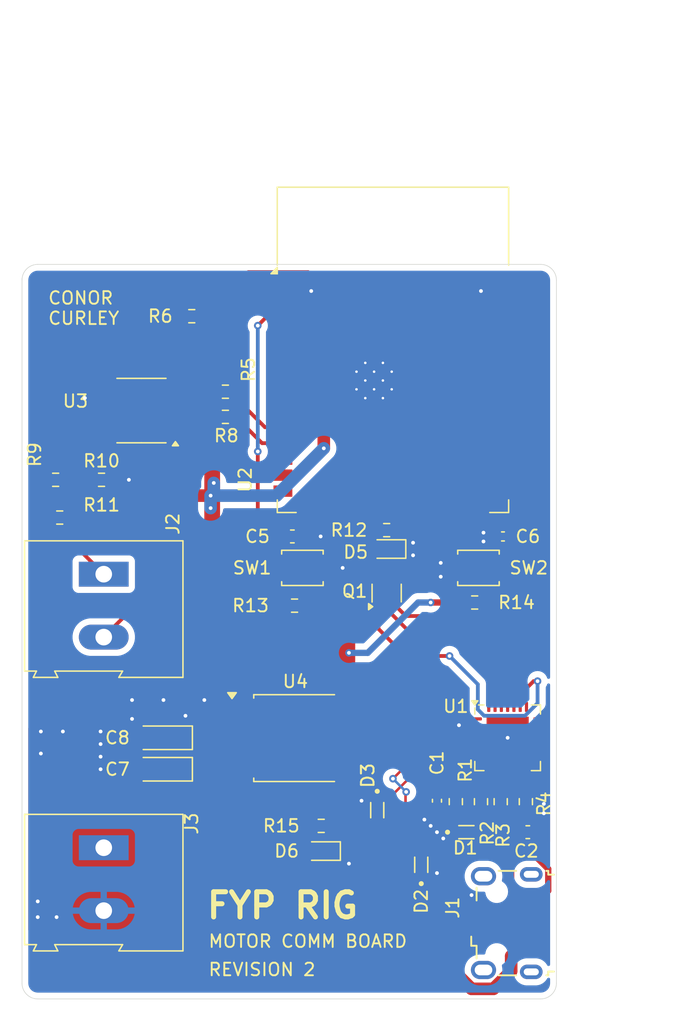
<source format=kicad_pcb>
(kicad_pcb (version 20240108) (generator "pcbnew") (generator_version "8.0")
  (layers (0 "F.Cu" signal) (31 "B.Cu" signal) (34 "B.Paste" user) (35 "F.Paste" user) (36 "B.SilkS" user "B.Silkscreen") (37 "F.SilkS" user "F.Silkscreen") (38 "B.Mask" user) (39 "F.Mask" user) (44 "Edge.Cuts" user))
  (net 0 "")
  (net 1 "GND")
  (net 2 "EN")
  (net 3 "IO0")
  (net 4 "5V")
  (net 5 "Net-(J1-D+)")
  (net 6 "Net-(J1-D-)")
  (net 7 "Net-(D5-A)")
  (net 8 "Net-(D6-A)")
  (net 14 "Net-(J2-Pin_1)")
  (net 15 "Net-(J2-Pin_2)")
  (net 16 "RTS")
  (net 17 "DTR")
  (net 18 "Net-(U1-VBUS)")
  (net 19 "Net-(U1-~{RST})")
  (net 20 "Net-(U1-~{SUSPEND})")
  (net 21 "MOD_DI")
  (net 22 "MOD_DRE")
  (net 23 "MOD_RO")
  (net 24 "GPIO13")
  (net 29 "RX0")
  (net 36 "TX0")
  (net 43 "USB_D-_NC")
  (net 44 "GPIO6")
  (net 45 "GPIO36_NC")
  (net 46 "GPIO16")
  (net 47 "GPIO45_NC")
  (net 48 "GPIO40")
  (net 49 "GPIO15")
  (net 50 "GPIO11")
  (net 51 "GPIO3_NC")
  (net 52 "GPIO38")
  (net 53 "GPIO47")
  (net 54 "GPIO14")
  (net 55 "USB_D+_NC")
  (net 56 "GPIO37_NC")
  (net 57 "GPIO41")
  (net 58 "GPIO4")
  (net 59 "GPIO8")
  (net 60 "GPIO1")
  (net 61 "GPIO21")
  (net 62 "GPIO42")
  (net 63 "GPIO12")
  (net 64 "GPIO35_NC")
  (net 65 "GPIO9")
  (net 66 "GPIO7")
  (net 67 "GPIO5")
  (net 68 "GPIO39")
  (net 69 "GPIO48")
  (net 70 "GPIO46_NC")
  (net 71 "GPIO2")
  (net 72 "+3V3")
  (net 73 "Net-(J1-VBUS)")
  (footprint "Connector_USB:USB_Micro-B_Wuerth_629105150521" (layer "F.Cu") (at 124.05 88.225 90)
    (property "Reference" "J1")
    (property "Value" "USB_B_Micro" (hide yes))
  )
  (footprint "LESD5D5.0CT1G:TVS_LESD5D5.0CT1G" (layer "F.Cu") (at 117.25 83.59 90)
    (property "Reference" "D2")
    (property "Value" "LESD5D5.0CT1G" (hide yes))
  )
  (footprint "Resistor_SMD:R_0603_1608Metric" (layer "F.Cu") (at 122 78.575 90)
    (property "Reference" "R2")
    (property "Value" "22.1k" (hide yes))
  )
  (footprint "Resistor_SMD:R_0603_1608Metric" (layer "F.Cu") (at 91.825 53 180)
    (property "Reference" "R10")
    (property "Value" "20k" (hide yes))
  )
  (footprint "LED_SMD:LED_0603_1608Metric" (layer "F.Cu") (at 109.3325 82.5 180)
    (property "Reference" "D6")
    (property "Value" "LED" (hide yes))
  )
  (footprint "Capacitor_SMD:C_0603_1608Metric" (layer "F.Cu") (at 107 57.5)
    (property "Reference" "C5")
    (property "Value" "10uF" (hide yes))
  )
  (footprint "LESD5D5.0CT1G:TVS_LESD5D5.0CT1G" (layer "F.Cu") (at 113.75 79.25 -90)
    (property "Reference" "D3")
    (property "Value" "LESD5D5.0CT1G" (hide yes))
  )
  (footprint "Package_SO:SOIC-8_3.9x4.9mm_P1.27mm" (layer "F.Cu") (at 95 47.5 180)
    (property "Reference" "U3")
    (property "Value" "MAX485E" (hide yes))
  )
  (footprint "Capacitor_SMD:C_0603_1608Metric" (layer "F.Cu") (at 125.725 81)
    (property "Reference" "C2")
    (property "Value" "10u" (hide yes))
  )
  (footprint "RF_Module:ESP32-S3-WROOM-1" (layer "F.Cu") (at 115 42.65)
    (property "Reference" "U2")
    (property "Value" "ESP32-S3")
  )
  (footprint "LED_SMD:LED_0603_1608Metric" (layer "F.Cu") (at 114.5375 58.5 180)
    (property "Reference" "D5")
    (property "Value" "LED" (hide yes))
  )
  (footprint "TerminalBlock:TerminalBlock_Altech_AK300-2_P5.00mm" (layer "F.Cu") (at 92 82.235 -90)
    (property "Reference" "J3")
    (property "Value" "Screw_Terminal_01x02" (hide yes))
  )
  (footprint "Button_Switch_SMD:SW_SPST_B3U-1000P" (layer "F.Cu") (at 121.8 60)
    (property "Reference" "SW2")
    (property "Value" "SW_SPST" (hide yes))
  )
  (footprint "Button_Switch_SMD:SW_SPST_B3U-1000P" (layer "F.Cu") (at 107.8 60 180)
    (property "Reference" "SW1")
    (property "Value" "SW_SPST" (hide yes))
  )
  (footprint "Resistor_SMD:R_0603_1608Metric" (layer "F.Cu") (at 114.5 57)
    (property "Reference" "R12")
    (property "Value" "1k")
  )
  (footprint "Resistor_SMD:R_0603_1608Metric" (layer "F.Cu") (at 109.295 80.5)
    (property "Reference" "R15")
    (property "Value" "1k" (hide yes))
  )
  (footprint "Capacitor_SMD:C_0402_1005Metric" (layer "F.Cu") (at 118.5 78.5 -90)
    (property "Reference" "C1")
    (property "Value" "1u" (hide yes))
  )
  (footprint "Resistor_SMD:R_0603_1608Metric" (layer "F.Cu") (at 88.175 53 180)
    (property "Reference" "R9")
    (property "Value" "20k" (hide yes))
  )
  (footprint "LESD5D5.0CT1G:TVS_LESD5D5.0CT1G" (layer "F.Cu") (at 120.84 81)
    (property "Reference" "D1")
    (property "Value" "LESD5D5.0CT1G" (hide yes))
  )
  (footprint "Resistor_SMD:R_0603_1608Metric" (layer "F.Cu") (at 121.5 62.75)
    (property "Reference" "R14")
    (property "Value" "1k" (hide yes))
  )
  (footprint "Resistor_SMD:R_0603_1608Metric" (layer "F.Cu") (at 99 40 180)
    (property "Reference" "R6")
    (property "Value" "10k" (hide yes))
  )
  (footprint "Capacitor_Tantalum_SMD:CP_EIA-3216-18_Kemet-A" (layer "F.Cu") (at 96.74 76 180)
    (property "Reference" "C7")
    (property "Value" "10uF" (hide yes))
  )
  (footprint "Resistor_SMD:R_0603_1608Metric" (layer "F.Cu") (at 101.675 48 180)
    (property "Reference" "R8")
    (property "Value" "10k" (hide yes))
  )
  (footprint "TerminalBlock:TerminalBlock_Altech_AK300-2_P5.00mm" (layer "F.Cu") (at 92 60.5 -90)
    (property "Reference" "J2")
    (property "Value" "Screw_Terminal_01x02" (hide yes))
  )
  (footprint "Resistor_SMD:R_0603_1608Metric" (layer "F.Cu") (at 120 78.575 90)
    (property "Reference" "R1")
    (property "Value" "47.5k" (hide yes))
  )
  (footprint "Package_TO_SOT_SMD:TO-252-3_TabPin2" (layer "F.Cu") (at 107.24 73.525)
    (property "Reference" "U4")
    (property "Value" "AMS1117CD-3.3" (hide yes))
  )
  (footprint "Package_DFN_QFN:QFN-28-1EP_5x5mm_P0.5mm_EP3.35x3.35mm" (layer "F.Cu") (at 124.12 73.5)
    (property "Reference" "U1")
    (property "Value" "CP2102N-Axx-xQFN28" (hide yes))
  )
  (footprint "Capacitor_Tantalum_SMD:CP_EIA-3216-18_Kemet-A" (layer "F.Cu") (at 96.74 73.5 180)
    (property "Reference" "C8")
    (property "Value" "22uF" (hide yes))
  )
  (footprint "Resistor_SMD:R_0603_1608Metric" (layer "F.Cu") (at 88.5 56 180)
    (property "Reference" "R11")
    (property "Value" "120" (hide yes))
  )
  (footprint "Capacitor_SMD:C_0402_1005Metric" (layer "F.Cu") (at 123.75 57.5 180)
    (property "Reference" "C6")
    (property "Value" "1uF" (hide yes))
  )
  (footprint "Resistor_SMD:R_0603_1608Metric" (layer "F.Cu") (at 101.675 46 180)
    (property "Reference" "R5")
    (property "Value" "10k" (hide yes))
  )
  (footprint "Resistor_SMD:R_0603_1608Metric" (layer "F.Cu") (at 125.57 78.575 90)
    (property "Reference" "R4")
    (property "Value" "1k" (hide yes))
  )
  (footprint "Resistor_SMD:R_0603_1608Metric" (layer "F.Cu") (at 107.175 63 180)
    (property "Reference" "R13")
    (property "Value" "1k" (hide yes))
  )
  (footprint "Package_TO_SOT_SMD:SOT-363_SC-70-6" (layer "F.Cu") (at 114.5 62 90)
    (property "Reference" "Q1")
    (property "Value" "UMH3N" (hide yes))
  )
  (footprint "Resistor_SMD:R_0603_1608Metric" (layer "F.Cu") (at 123.57 78.575 -90)
    (property "Reference" "R3")
    (property "Value" "1k" (hide yes))
  )
  (gr_arc (start 86.75 94.25) (mid 85.866117 93.883883) (end 85.5 93) (stroke (width 0.05)) (layer "Edge.Cuts"))
  (gr_arc (start 85.5 37.133883) (mid 85.866117 36.25) (end 86.75 35.883883) (stroke (width 0.05)) (layer "Edge.Cuts"))
  (gr_line (start 128 93) (end 128 37.133883) (stroke (width 0.05)) (layer "Edge.Cuts"))
  (gr_line (start 86.75 94.25) (end 126.75 94.25) (stroke (width 0.05)) (layer "Edge.Cuts"))
  (gr_line (start 85.5 37) (end 85.5 93) (stroke (width 0.05)) (layer "Edge.Cuts"))
  (gr_arc (start 128 93) (mid 127.633883 93.883883) (end 126.75 94.25) (stroke (width 0.05)) (layer "Edge.Cuts"))
  (gr_arc (start 126.75 35.883883) (mid 127.633883 36.25) (end 128 37.133883) (stroke (width 0.05)) (layer "Edge.Cuts"))
  (gr_line (start 86.75 35.883883) (end 126.75 35.883883) (stroke (width 0.05)) (layer "Edge.Cuts"))
  (gr_text "REVISION 2" (at 100.25 92.5 0) (layer "F.SilkS") (effects (font (size 1 1)) (justify left bottom)))
  (gr_text "CONOR\nCURLEY" (at 87.5 40.75 0) (layer "F.SilkS") (effects (font (size 1 1)) (justify left bottom)))
  (gr_text "FYP RIG" (at 100 88 0) (layer "F.SilkS") (effects (font (size 2 2) (thickness 0.4) (bold yes)) (justify left bottom)))
  (gr_text "MOTOR COMM BOARD" (at 100.25 90.25 0) (layer "F.SilkS") (effects (font (size 1 1)) (justify left bottom)))
  (segment (start 120.75 73) (end 120.25 72.5) (width 0.2) (layer "F.Cu") (net 1))
  (segment (start 117.25 84.25) (end 118.5 84.25) (width 1) (layer "F.Cu") (net 1))
  (segment (start 92.525 45.595) (end 91.405 45.595) (width 1) (layer "F.Cu") (net 1))
  (segment (start 109.5 60) (end 111 60) (width 1) (layer "F.Cu") (net 1))
  (segment (start 122.15 86.9) (end 121.25 86) (width 0.3) (layer "F.Cu") (net 1))
  (segment (start 91.405 45.595) (end 90.5 46.5) (width 1) (layer "F.Cu") (net 1))
  (segment (start 106.25 37.39) (end 107.903819 37.39) (width 1) (layer "F.Cu") (net 1))
  (segment (start 107.903819 37.39) (end 108.50691 37.993091) (width 1) (layer "F.Cu") (net 1))
  (segment (start 113.75 78.59) (end 112.59 78.59) (width 1) (layer "F.Cu") (net 1))
  (segment (start 112.59 78.59) (end 112.5 78.5) (width 1) (layer "F.Cu") (net 1))
  (segment (start 122 38) (end 122.61 37.39) (width 1) (layer "F.Cu") (net 1))
  (segment (start 92.65 53) (end 94 53) (width 0.5) (layer "F.Cu") (net 1))
  (segment (start 110.12 82.5) (end 110.5 82.5) (width 0.5) (layer "F.Cu") (net 1))
  (segment (start 107.775 57.5) (end 109.25 57.5) (width 1) (layer "F.Cu") (net 1))
  (segment (start 122.15 86.925) (end 122.15 86.9) (width 0.3) (layer "F.Cu") (net 1))
  (segment (start 121.67 73) (end 120.75 73) (width 0.2) (layer "F.Cu") (net 1))
  (segment (start 122.61 37.39) (end 123.75 37.39) (width 1) (layer "F.Cu") (net 1))
  (segment (start 110.5 82.5) (end 111.5 83.5) (width 0.5) (layer "F.Cu") (net 1))
  (via (at 111 60) (size 0.6) (drill 0.3) (layers "F.Cu" "B.Cu") (net 1))
  (via (at 124.12 73.5) (size 0.6) (drill 0.3) (layers "F.Cu" "B.Cu") (net 1))
  (via (at 98.5 71.75) (size 0.6) (drill 0.3) (layers "F.Cu" "B.Cu") (net 1))
  (via (at 108.5 38) (size 0.6) (drill 0.3) (layers "F.Cu" "B.Cu") (net 1))
  (via (at 91.75 75) (size 0.6) (drill 0.3) (layers "F.Cu" "B.Cu") (net 1))
  (via (at 111.5 83.5) (size 0.6) (drill 0.3) (layers "F.Cu" "B.Cu") (net 1))
  (via (at 96.75 70.5) (size 0.6) (drill 0.3) (layers "F.Cu" "B.Cu") (net 1))
  (via (at 119 81.5) (size 0.6) (drill 0.3) (layers "F.Cu" "B.Cu") (net 1))
  (via (at 122.2 57.9) (size 0.6) (drill 0.3) (layers "F.Cu" "B.Cu") (net 1))
  (via (at 86.75 87.75) (size 0.6) (drill 0.3) (layers "F.Cu" "B.Cu") (net 1))
  (via (at 94.25 72) (size 0.6) (drill 0.3) (layers "F.Cu" "B.Cu") (net 1))
  (via (at 118.5 84.25) (size 0.6) (drill 0.3) (layers "F.Cu" "B.Cu") (net 1))
  (via (at 116.6 59) (size 0.6) (drill 0.3) (layers "F.Cu" "B.Cu") (net 1))
  (via (at 109.25 57.5) (size 0.6) (drill 0.3) (layers "F.Cu" "B.Cu") (net 1))
  (via (at 127 78.75) (size 0.6) (drill 0.3) (layers "F.Cu" "B.Cu") (net 1))
  (via (at 91.75 76) (size 0.6) (drill 0.3) (layers "F.Cu" "B.Cu") (net 1))
  (via (at 118 80.5) (size 0.6) (drill 0.3) (layers "F.Cu" "B.Cu") (net 1))
  (via (at 88.75 73) (size 0.6) (drill 0.3) (layers "F.Cu" "B.Cu") (net 1))
  (via (at 118.8 60.7) (size 0.6) (drill 0.3) (layers "F.Cu" "B.Cu") (net 1))
  (via (at 94 53) (size 0.6) (drill 0.3) (layers "F.Cu" "B.Cu") (net 1))
  (via (at 118.5 81) (size 0.6) (drill 0.3) (layers "F.Cu" "B.Cu") (net 1))
  (via (at 91.75 74) (size 0.6) (drill 0.3) (layers "F.Cu" "B.Cu") (net 1))
  (via (at 90.5 46.5) (size 0.6) (drill 0.3) (layers "F.Cu" "B.Cu") (net 1))
  (via (at 87 74.75) (size 0.6) (drill 0.3) (layers "F.Cu" "B.Cu") (net 1))
  (via (at 118.8 59.6) (size 0.6) (drill 0.3) (layers "F.Cu" "B.Cu") (net 1))
  (via (at 121.25 86) (size 0.6) (drill 0.3) (layers "F.Cu" "B.Cu") (net 1))
  (via (at 100 70.5) (size 0.6) (drill 0.3) (layers "F.Cu" "B.Cu") (net 1))
  (via (at 122 38) (size 0.6) (drill 0.3) (layers "F.Cu" "B.Cu") (net 1))
  (via (at 117.5 80) (size 0.6) (drill 0.3) (layers "F.Cu" "B.Cu") (net 1))
  (via (at 94.25 70.5) (size 0.6) (drill 0.3) (layers "F.Cu" "B.Cu") (net 1))
  (via (at 112.5 78.5) (size 0.6) (drill 0.3) (layers "F.Cu" "B.Cu") (net 1))
  (via (at 88.25 87.75) (size 0.6) (drill 0.3) (layers "F.Cu" "B.Cu") (net 1))
  (via (at 120.25 72.5) (size 0.6) (drill 0.3) (layers "F.Cu" "B.Cu") (net 1))
  (via (at 87 73) (size 0.6) (drill 0.3) (layers "F.Cu" "B.Cu") (net 1))
  (via (at 122.2 57.2) (size 0.6) (drill 0.3) (layers "F.Cu" "B.Cu") (net 1))
  (via (at 116.6 58) (size 0.6) (drill 0.3) (layers "F.Cu" "B.Cu") (net 1))
  (via (at 127 79.5) (size 0.6) (drill 0.3) (layers "F.Cu" "B.Cu") (net 1))
  (via (at 86.75 86.5) (size 0.6) (drill 0.3) (layers "F.Cu" "B.Cu") (net 1))
  (via (at 91.75 73) (size 0.6) (drill 0.3) (layers "F.Cu" "B.Cu") (net 1))
  (segment (start 105.07 39.93) (end 106.25 39.93) (width 0.3) (layer "F.Cu") (net 2))
  (segment (start 107.05 56.675) (end 106.225 57.5) (width 0.3) (layer "F.Cu") (net 2))
  (segment (start 106.1 60) (end 106.1 57.625) (width 0.3) (layer "F.Cu") (net 2))
  (segment (start 113.85 61.05) (end 113.85 60.725001) (width 0.3) (layer "F.Cu") (net 2))
  (segment (start 113.85 60.725001) (end 109.799999 56.675) (width 0.3) (layer "F.Cu") (net 2))
  (segment (start 104.725 57.5) (end 106.225 57.5) (width 0.3) (layer "F.Cu") (net 2))
  (segment (start 106.1 57.625) (end 106.225 57.5) (width 0.3) (layer "F.Cu") (net 2))
  (segment (start 104.25 40.75) (end 105.07 39.93) (width 0.3) (layer "F.Cu") (net 2))
  (segment (start 104.25 57.025) (end 104.725 57.5) (width 0.3) (layer "F.Cu") (net 2))
  (segment (start 104.25 57.025) (end 104.25 50.75) (width 0.3) (layer "F.Cu") (net 2))
  (segment (start 106.1 62.75) (end 106.35 63) (width 0.3) (layer "F.Cu") (net 2))
  (segment (start 109.799999 56.675) (end 107.05 56.675) (width 0.3) (layer "F.Cu") (net 2))
  (segment (start 106.1 60) (end 106.1 62.75) (width 0.3) (layer "F.Cu") (net 2))
  (segment (start 106.35 60.25) (end 106.1 60) (width 0.3) (layer "F.Cu") (net 2))
  (via (at 104.25 50.75) (size 0.6) (drill 0.3) (layers "F.Cu" "B.Cu") (net 2))
  (via (at 104.25 40.75) (size 0.6) (drill 0.3) (layers "F.Cu" "B.Cu") (net 2))
  (segment (start 104.25 50.75) (end 104.25 40.75) (width 0.3) (layer "B.Cu") (net 2))
  (segment (start 124.23 59.27) (end 123.5 60) (width 0.3) (layer "F.Cu") (net 3))
  (segment (start 123.75 53.9) (end 124.25 54.4) (width 0.3) (layer "F.Cu") (net 3))
  (segment (start 124.25 54.4) (end 124.25 57.48) (width 0.3) (layer "F.Cu") (net 3))
  (segment (start 124.23 57.5) (end 124.23 59.27) (width 0.3) (layer "F.Cu") (net 3))
  (segment (start 121.25 63.825) (end 122.325 62.75) (width 0.3) (layer "F.Cu") (net 3))
  (segment (start 124.25 57.48) (end 124.23 57.5) (width 0.3) (layer "F.Cu") (net 3))
  (segment (start 123.5 61.575) (end 123.5 60) (width 0.3) (layer "F.Cu") (net 3))
  (segment (start 116.025 63.825) (end 121.25 63.825) (width 0.3) (layer "F.Cu") (net 3))
  (segment (start 122.325 62.75) (end 123.5 61.575) (width 0.3) (layer "F.Cu") (net 3))
  (segment (start 115.15 62.95) (end 116.025 63.825) (width 0.3) (layer "F.Cu") (net 3))
  (segment (start 115 76.75) (end 118.25 73.5) (width 0.2) (layer "F.Cu") (net 5))
  (segment (start 116.18 82.93) (end 117.25 82.93) (width 0.2) (layer "F.Cu") (net 5))
  (segment (start 118.25 73.5) (end 121.67 73.5) (width 0.2) (layer "F.Cu") (net 5))
  (segment (start 120.601471 88.25) (end 120.626471 88.225) (width 0.2) (layer "F.Cu") (net 5))
  (segment (start 116 77.84853) (end 116 82.75) (width 0.2) (layer "F.Cu") (net 5))
  (segment (start 118.75 88.25) (end 120.601471 88.25) (width 0.2) (layer "F.Cu") (net 5))
  (segment (start 116 82.75) (end 116 85.5) (width 0.2) (layer "F.Cu") (net 5))
  (segment (start 120.626471 88.225) (end 122.15 88.225) (width 0.2) (layer "F.Cu") (net 5))
  (segment (start 116.049265 77.799265) (end 116 77.84853) (width 0.2) (layer "F.Cu") (net 5))
  (segment (start 116 85.5) (end 118.75 88.25) (width 0.2) (layer "F.Cu") (net 5))
  (segment (start 116 82.75) (end 116.18 82.93) (width 0.2) (layer "F.Cu") (net 5))
  (via (at 115 76.75) (size 0.6) (drill 0.3) (layers "F.Cu" "B.Cu") (net 5))
  (via (at 116.049265 77.799265) (size 0.6) (drill 0.3) (layers "F.Cu" "B.Cu") (net 5))
  (segment (start 116.049265 77.799265) (end 115 76.75) (width 0.2) (layer "B.Cu") (net 5))
  (segment (start 115.434 80.891556) (end 115.216 80.891556) (width 0.2) (layer "F.Cu") (net 6))
  (segment (start 121.67 74) (end 119 74) (width 0.2) (layer "F.Cu") (net 6))
  (segment (start 115.216 80.351556) (end 115.434 80.351556) (width 0.2) (layer "F.Cu") (net 6))
  (segment (start 115 78) (end 115 79.5) (width 0.2) (layer "F.Cu") (net 6))
  (segment (start 115 81.755556) (end 115 82.502783) (width 0.2) (layer "F.Cu") (net 6))
  (segment (start 115 81.647556) (end 115 81.755556) (width 0.2) (layer "F.Cu") (net 6))
  (segment (start 114.59 79.91) (end 113.75 79.91) (width 0.2) (layer "F.Cu") (net 6))
  (segment (start 118.125 88.875) (end 122.15 88.875) (width 0.2) (layer "F.Cu") (net 6))
  (segment (start 115.216 80.891556) (end 114.216 80.891556) (width 0.2) (layer "F.Cu") (net 6))
  (segment (start 115.65 80.567556) (end 115.65 80.675556) (width 0.2) (layer "F.Cu") (net 6))
  (segment (start 115 79.5) (end 114.59 79.91) (width 0.2) (layer "F.Cu") (net 6))
  (segment (start 115 85.75) (end 118.125 88.875) (width 0.2) (layer "F.Cu") (net 6))
  (segment (start 119 74) (end 115 78) (width 0.2) (layer "F.Cu") (net 6))
  (segment (start 115 82.502783) (end 115 85.75) (width 0.2) (layer "F.Cu") (net 6))
  (segment (start 114.216 81.431556) (end 114.784 81.431556) (width 0.2) (layer "F.Cu") (net 6))
  (segment (start 115 79.5) (end 115 80.135556) (width 0.2) (layer "F.Cu") (net 6))
  (segment (start 114 81.107556) (end 114 81.215556) (width 0.2) (layer "F.Cu") (net 6))
  (arc (start 115 80.135556) (mid 115.063265 80.288291) (end 115.216 80.351556) (width 0.2) (layer "F.Cu") (net 6))
  (arc (start 115.65 80.675556) (mid 115.586735 80.828291) (end 115.434 80.891556) (width 0.2) (layer "F.Cu") (net 6))
  (arc (start 114 81.215556) (mid 114.063265 81.368291) (end 114.216 81.431556) (width 0.2) (layer "F.Cu") (net 6))
  (arc (start 114.784 81.431556) (mid 114.936735 81.494821) (end 115 81.647556) (width 0.2) (layer "F.Cu") (net 6))
  (arc (start 115.434 80.351556) (mid 115.586735 80.414821) (end 115.65 80.567556) (width 0.2) (layer "F.Cu") (net 6))
  (arc (start 114.216 80.891556) (mid 114.063265 80.954821) (end 114 81.107556) (width 0.2) (layer "F.Cu") (net 6))
  (segment (start 113.75 57.075) (end 113.675 57) (width 0.3) (layer "F.Cu") (net 7))
  (segment (start 113.75 58.5) (end 113.75 57.075) (width 0.3) (layer "F.Cu") (net 7))
  (segment (start 108.47 82.425) (end 108.545 82.5) (width 0.3) (layer "F.Cu") (net 8))
  (segment (start 108.47 80.5) (end 108.47 82.425) (width 0.3) (layer "F.Cu") (net 8))
  (segment (start 87.675 56.175) (end 92 60.5) (width 0.3) (layer "F.Cu") (net 14))
  (segment (start 91.550001 46.865) (end 92.525 46.865) (width 0.3) (layer "F.Cu") (net 14))
  (segment (start 89 53) (end 87.5 54.5) (width 0.3) (layer "F.Cu") (net 14))
  (segment (start 87.675 56) (end 87.675 56.175) (width 0.3) (layer "F.Cu") (net 14))
  (segment (start 89 49.415001) (end 91.550001 46.865) (width 0.3) (layer "F.Cu") (net 14))
  (segment (start 89 53) (end 89 49.415001) (width 0.3) (layer "F.Cu") (net 14))
  (segment (start 87.5 54.5) (end 87.5 55.825) (width 0.3) (layer "F.Cu") (net 14))
  (segment (start 87.5 55.825) (end 87.675 56) (width 0.3) (layer "F.Cu") (net 14))
  (segment (start 89.325 55.175) (end 89.325 56) (width 0.3) (layer "F.Cu") (net 15))
  (segment (start 95.5 59) (end 95.5 62) (width 0.3) (layer "F.Cu") (net 15))
  (segment (start 92.5 56) (end 95.5 59) (width 0.3) (layer "F.Cu") (net 15))
  (segment (start 89.325 56) (end 92.5 56) (width 0.3) (layer "F.Cu") (net 15))
  (segment (start 95.5 62) (end 92 65.5) (width 0.3) (layer "F.Cu") (net 15))
  (segment (start 92.525 48.135) (end 91.550001 48.135) (width 0.3) (layer "F.Cu") (net 15))
  (segment (start 91 53.5) (end 89.325 55.175) (width 0.3) (layer "F.Cu") (net 15))
  (segment (start 91 48.685001) (end 91 53) (width 0.3) (layer "F.Cu") (net 15))
  (segment (start 91 53) (end 91 53.5) (width 0.3) (layer "F.Cu") (net 15))
  (segment (start 91.550001 48.135) (end 91 48.685001) (width 0.3) (layer "F.Cu") (net 15))
  (segment (start 113.85 62.95) (end 113.85 64.85) (width 0.3) (layer "F.Cu") (net 16))
  (segment (start 126.184904 69) (end 124.62 70.564904) (width 0.3) (layer "F.Cu") (net 16))
  (segment (start 116 67) (end 119.5 67) (width 0.3) (layer "F.Cu") (net 16))
  (segment (start 126.5 69) (end 126.184904 69) (width 0.3) (layer "F.Cu") (net 16))
  (segment (start 113.85 64.85) (end 116 67) (width 0.3) (layer "F.Cu") (net 16))
  (segment (start 114.5 61.364168) (end 114.5 61.05) (width 0.3) (layer "F.Cu") (net 16))
  (segment (start 124.62 70.564904) (end 124.62 71.05) (width 0.3) (layer "F.Cu") (net 16))
  (segment (start 113.85 62.014168) (end 114.5 61.364168) (width 0.3) (layer "F.Cu") (net 16))
  (segment (start 113.85 62.95) (end 113.85 62.014168) (width 0.3) (layer "F.Cu") (net 16))
  (via (at 126.5 69) (size 0.6) (drill 0.3) (layers "F.Cu" "B.Cu") (net 16))
  (via (at 119.5 67) (size 0.6) (drill 0.3) (layers "F.Cu" "B.Cu") (net 16))
  (segment (start 121.75 69.25) (end 121.75 71.25) (width 0.3) (layer "B.Cu") (net 16))
  (segment (start 125.5 71.75) (end 126.5 70.75) (width 0.3) (layer "B.Cu") (net 16))
  (segment (start 121.75 71.25) (end 122.25 71.75) (width 0.3) (layer "B.Cu") (net 16))
  (segment (start 122.25 71.75) (end 125.5 71.75) (width 0.3) (layer "B.Cu") (net 16))
  (segment (start 126.5 70.75) (end 126.5 69) (width 0.3) (layer "B.Cu") (net 16))
  (segment (start 119.5 67) (end 121.75 69.25) (width 0.3) (layer "B.Cu") (net 16))
  (segment (start 116.725001 65.5) (end 119.5 65.5) (width 0.3) (layer "F.Cu") (net 17))
  (segment (start 122.62 68.62) (end 122.62 71.05) (width 0.3) (layer "F.Cu") (net 17))
  (segment (start 115.15 61.421274) (end 115.15 61.05) (width 0.3) (layer "F.Cu") (net 17))
  (segment (start 114.5 63.274999) (end 116.725001 65.5) (width 0.3) (layer "F.Cu") (net 17))
  (segment (start 114.5 62.071274) (end 115.15 61.421274) (width 0.3) (layer "F.Cu") (net 17))
  (segment (start 114.5 62.95) (end 114.5 62.071274) (width 0.3) (layer "F.Cu") (net 17))
  (segment (start 114.5 62.95) (end 114.5 63.274999) (width 0.3) (layer "F.Cu") (net 17))
  (segment (start 119.5 65.5) (end 122.62 68.62) (width 0.3) (layer "F.Cu") (net 17))
  (segment (start 122 77.675) (end 122 76.57) (width 0.3) (layer "F.Cu") (net 18))
  (segment (start 122 76.57) (end 122.62 75.95) (width 0.3) (layer "F.Cu") (net 18))
  (segment (start 123.12 77.05) (end 123.57 77.5) (width 0.3) (layer "F.Cu") (net 19))
  (segment (start 123.12 75.95) (end 123.12 77.05) (width 0.3) (layer "F.Cu") (net 19))
  (segment (start 125.095 77.5) (end 125.57 77.5) (width 0.3) (layer "F.Cu") (net 20))
  (segment (start 124.12 76.525) (end 125.095 77.5) (width 0.3) (layer "F.Cu") (net 20))
  (segment (start 124.12 75.95) (end 124.12 76.525) (width 0.3) (layer "F.Cu") (net 20))
  (segment (start 102.5 46.5) (end 104.82 48.82) (width 0.3) (layer "F.Cu") (net 21))
  (segment (start 102.5 46) (end 102.5 46.5) (width 0.3) (layer "F.Cu") (net 21))
  (segment (start 99.57 43.5) (end 101.5 43.5) (width 0.3) (layer "F.Cu") (net 21))
  (segment (start 97.475 45.595) (end 99.57 43.5) (width 0.3) (layer "F.Cu") (net 21))
  (segment (start 102.5 44.5) (end 102.5 46) (width 0.3) (layer "F.Cu") (net 21))
  (segment (start 104.82 48.82) (end 106.25 48.82) (width 0.3) (layer "F.Cu") (net 21))
  (segment (start 101.5 43.5) (end 102.5 44.5) (width 0.3) (layer "F.Cu") (net 21))
  (segment (start 108.255 36.5) (end 110.5 38.745) (width 0.3) (layer "F.Cu") (net 22))
  (segment (start 96.15 43.85) (end 103.5 36.5) (width 0.3) (layer "F.Cu") (net 22))
  (segment (start 111.825 48.575) (end 111.825 55.15) (width 0.3) (layer "F.Cu") (net 22))
  (segment (start 96.500001 46.865) (end 96.15 46.514999) (width 0.3) (layer "F.Cu") (net 22))
  (segment (start 97.475 46.865) (end 97.475 48.135) (width 0.3) (layer "F.Cu") (net 22))
  (segment (start 103.5 36.5) (end 108.255 36.5) (width 0.3) (layer "F.Cu") (net 22))
  (segment (start 110.5 38.745) (end 110.5 47.25) (width 0.3) (layer "F.Cu") (net 22))
  (segment (start 97.475 46.865) (end 96.500001 46.865) (width 0.3) (layer "F.Cu") (net 22))
  (segment (start 110.5 47.25) (end 111.825 48.575) (width 0.3) (layer "F.Cu") (net 22))
  (segment (start 96.15 46.514999) (end 96.15 43.85) (width 0.3) (layer "F.Cu") (net 22))
  (segment (start 101.6 45.1) (end 101.6 47.1) (width 0.3) (layer "F.Cu") (net 23))
  (segment (start 99.5 45) (end 100 44.5) (width 0.3) (layer "F.Cu") (net 23))
  (segment (start 100 44.5) (end 101 44.5) (width 0.3) (layer "F.Cu") (net 23))
  (segment (start 101 44.5) (end 101.6 45.1) (width 0.3) (layer "F.Cu") (net 23))
  (segment (start 104.59 50.09) (end 106.25 50.09) (width 0.3) (layer "F.Cu") (net 23))
  (segment (start 97.475 49.405) (end 98.449999 49.405) (width 0.3) (layer "F.Cu") (net 23))
  (segment (start 102.5 48) (end 104.59 50.09) (width 0.3) (layer "F.Cu") (net 23))
  (segment (start 99.5 48.354999) (end 99.5 45) (width 0.3) (layer "F.Cu") (net 23))
  (segment (start 98.449999 49.405) (end 99.5 48.354999) (width 0.3) (layer "F.Cu") (net 23))
  (segment (start 101.6 47.1) (end 102.5 48) (width 0.3) (layer "F.Cu") (net 23))
  (segment (start 115.325 57) (end 115.325 55.46) (width 0.3) (layer "F.Cu") (net 24))
  (segment (start 115.325 55.46) (end 115.635 55.15) (width 0.3) (layer "F.Cu") (net 24))
  (segment (start 125 62.758358) (end 125 43) (width 0.3) (layer "F.Cu") (net 29))
  (segment (start 125 43) (end 124.47 42.47) (width 0.3) (layer "F.Cu") (net 29))
  (segment (start 123.62 71.05) (end 123.62 64.138358) (width 0.3) (layer "F.Cu") (net 29))
  (segment (start 123.62 64.138358) (end 125 62.758358) (width 0.3) (layer "F.Cu") (net 29))
  (segment (start 124.47 42.47) (end 123.75 42.47) (width 0.3) (layer "F.Cu") (net 29))
  (segment (start 126 42.4) (end 124.8 41.2) (width 0.3) (layer "F.Cu") (net 36))
  (segment (start 124.8 41.2) (end 123.75 41.2) (width 0.3) (layer "F.Cu") (net 36))
  (segment (start 126 64.5) (end 126 42.4) (width 0.3) (layer "F.Cu") (net 36))
  (segment (start 124.12 66.38) (end 126 64.5) (width 0.3) (layer "F.Cu") (net 36))
  (segment (start 124.12 71.05) (end 124.12 66.38) (width 0.3) (layer "F.Cu") (net 36))
  (segment (start 95.25 47.591238) (end 95.25 42.925) (width 1) (layer "F.Cu") (net 72))
  (segment (start 121.67 75) (end 121.175 75.495) (width 0.3) (layer "F.Cu") (net 72))
  (segment (start 127.35 85.65) (end 126.75 86.25) (width 0.5) (layer "F.Cu") (net 72))
  (segment (start 123.57 80.145431) (end 124.337284 80.912716) (width 0.5) (layer "F.Cu") (net 72))
  (segment (start 122.990254 93.45) (end 124.4 92.040254) (width 1) (layer "F.Cu") (net 72))
  (segment (start 121.5 78.575) (end 122.995 78.575) (width 0.3) (layer "F.Cu") (net 72))
  (segment (start 121.175 75.495) (end 121.175 78.25) (width 0.3) (layer "F.Cu") (net 72))
  (segment (start 120.675 62.75) (end 118 62.75) (width 0.5) (layer "F.Cu") (net 72))
  (segment (start 114.273 84.653) (end 114.273 86.473) (width 1) (layer "F.Cu") (net 72))
  (segment (start 92.525 49.405) (end 93.436238 49.405) (width 1) (layer "F.Cu") (net 72))
  (segment (start 121.175 78.25) (end 121.5 78.575) (width 0.3) (layer "F.Cu") (net 72))
  (segment (start 107.58 38.66) (end 109.5 40.58) (width 1) (layer "F.Cu") (net 72))
  (segment (start 121.67 74.5) (end 121.67 75) (width 0.3) (layer "F.Cu") (net 72))
  (segment (start 114.273 86.473) (end 121.25 93.45) (width 1) (layer "F.Cu") (net 72))
  (segment (start 123.57 79.15) (end 123.57 80.145431) (width 0.5) (layer "F.Cu") (net 72))
  (segment (start 97.377684 54.257684) (end 100.5 54.257684) (width 1) (layer "F.Cu") (net 72))
  (segment (start 124.95 81) (end 124.424568 81) (width 0.5) (layer "F.Cu") (net 72))
  (segment (start 110.175 75.05) (end 110.175 80.445) (width 1) (layer "F.Cu") (net 72))
  (segment (start 106.25 38.66) (end 107.58 38.66) (width 1) (layer "F.Cu") (net 72))
  (segment (start 124.4 90.85) (end 126.75 88.5) (width 1) (layer "F.Cu") (net 72))
  (segment (start 110.175 80.445) (end 110.12 80.5) (width 1) (layer "F.Cu") (net 72))
  (segment (start 109.5 40.58) (end 109.5 50.5) (width 1) (layer "F.Cu") (net 72))
  (segment (start 95.25 42.925) (end 91.660786 42.925) (width 1) (layer "F.Cu") (net 72))
  (segment (start 124.337284 80.912716) (end 127.35 83.925431) (width 0.5) (layer "F.Cu") (net 72))
  (segment (start 126.75 88.5) (end 126.75 86.25) (width 1) (layer "F.Cu") (net 72))
  (segment (start 124.4 92.040254) (end 124.4 90.85) (width 1) (layer "F.Cu") (net 72))
  (segment (start 124.424568 81) (end 124.337284 80.912716) (width 0.5) (layer "F.Cu") (net 72))
  (segment (start 110.12 80.5) (end 114.273 84.653) (width 1) (layer "F.Cu") (net 72))
  (segment (start 122.995 78.575) (end 123.57 79.15) (width 0.3) (layer "F.Cu") (net 72))
  (segment (start 87.35 47.235786) (end 87.35 53) (width 1) (layer "F.Cu") (net 72))
  (segment (start 95.25 42.925) (end 98.175 40) (width 1) (layer "F.Cu") (net 72))
  (segment (start 127.35 83.925431) (end 127.35 85.65) (width 0.5) (layer "F.Cu") (net 72))
  (segment (start 121.25 93.45) (end 122.990254 93.45) (width 1) (layer "F.Cu") (net 72))
  (segment (start 91.660786 42.925) (end 87.35 47.235786) (width 1) (layer "F.Cu") (net 72))
  (segment (start 93.436238 49.405) (end 95.25 47.591238) (width 1) (layer "F.Cu") (net 72))
  (segment (start 92.525 49.405) (end 97.377684 54.257684) (width 1) (layer "F.Cu") (net 72))
  (via (at 100.5 55.25) (size 0.6) (drill 0.3) (layers "F.Cu" "B.Cu") (net 72))
  (via (at 109.5 50.5) (size 0.6) (drill 0.3) (layers "F.Cu" "B.Cu") (net 72))
  (via (at 100.75 53.25) (size 0.6) (drill 0.3) (layers "F.Cu" "B.Cu") (net 72))
  (via (at 118 62.75) (size 0.6) (drill 0.3) (layers "F.Cu" "B.Cu") (net 72))
  (via (at 100.5 54.257684) (size 0.6) (drill 0.3) (layers "F.Cu" "B.Cu") (net 72))
  (via (at 111.5 66.75) (size 0.6) (drill 0.3) (layers "F.Cu" "B.Cu") (net 72))
  (segment (start 117 62.75) (end 113 66.75) (width 0.5) (layer "B.Cu") (net 72))
  (segment (start 109.5 50.5) (end 105.742316 54.257684) (width 1) (layer "B.Cu") (net 72))
  (segment (start 100.5 54.257684) (end 100.5 55.25) (width 1) (layer "B.Cu") (net 72))
  (segment (start 105.742316 54.257684) (end 100.5 54.257684) (width 1) (layer "B.Cu") (net 72))
  (segment (start 100.75 53.25) (end 100.75 54.007684) (width 1) (layer "B.Cu") (net 72))
  (segment (start 100.75 54.007684) (end 100.5 54.257684) (width 1) (layer "B.Cu") (net 72))
  (segment (start 118 62.75) (end 117 62.75) (width 0.5) (layer "B.Cu") (net 72))
  (segment (start 113 66.75) (end 111.5 66.75) (width 0.5) (layer "B.Cu") (net 72))
  (segment (start 118.845 77.75) (end 118.5 78.095) (width 0.3) (layer "F.Cu") (net 73))
  (segment (start 122.15 89.525) (end 123.1 89.525) (width 0.3) (layer "F.Cu") (net 73))
  (segment (start 121.65 79.4) (end 120 77.75) (width 0.3) (layer "F.Cu") (net 73))
  (segment (start 123.1 89.525) (end 124.5 88.125) (width 0.3) (layer "F.Cu") (net 73))
  (segment (start 120 77.75) (end 118.845 77.75) (width 0.3) (layer "F.Cu") (net 73))
  (segment (start 124.5 84) (end 121.5 81) (width 0.3) (layer "F.Cu") (net 73))
  (segment (start 122 79.4) (end 122 80.5) (width 0.3) (layer "F.Cu") (net 73))
  (segment (start 122 80.5) (end 121.5 81) (width 0.3) (layer "F.Cu") (net 73))
  (segment (start 124.5 88.125) (end 124.5 84) (width 0.3) (layer "F.Cu") (net 73))
  (zone (net 72) (net_name "+3V3") (layer "F.Cu") (priority 7) (connect_pads yes (clearance 0.5)) (min_thickness 0.25) (fill yes (thermal_gap 0.5) (thermal_bridge_width 0.5) (smoothing chamfer) (radius 0.2) (island_removal_mode 1) (island_area_min 10))
    (polygon (pts (xy 104.5 77.025) (xy 112 77.025) (xy 112 62.25) (xy 107.25 62.25) (xy 107.25 65.75) (xy 104 65.75) (xy 104 58.5) (xy 101.25 56.5) (xy 101.25 45.25) (xy 100 45.25) (xy 100 69.25) (xy 104.5 69.25)))
  )
  (zone (net 1) (net_name "GND") (layer "F.Cu") (priority 9) (connect_pads yes (clearance 0.5)) (min_thickness 0.25) (fill yes (thermal_gap 0.5) (thermal_bridge_width 0.5))
    (polygon (pts (xy 122.4 71.75) (xy 125.85 71.75) (xy 125.85 75.25) (xy 122.4 75.25)))
  )
  (zone (net 1) (net_name "GND") (layer "F.Cu") (priority 5) (connect_pads yes (clearance 0.5)) (min_thickness 0.25) (fill yes (thermal_gap 0.5) (thermal_bridge_width 0.5) (smoothing chamfer) (radius 0.2) (island_removal_mode 1) (island_area_min 10))
    (polygon (pts (xy 124.5 78.25) (xy 124.5 79.25) (xy 125.5 80.25) (xy 126 82) (xy 127.5 82) (xy 127.5 78.25)))
  )
  (zone (net 1) (net_name "GND") (layer "F.Cu") (priority 4) (connect_pads yes (clearance 0.5)) (min_thickness 0.25) (fill yes (thermal_gap 0.5) (thermal_bridge_width 0.5) (smoothing chamfer) (radius 0.2) (island_removal_mode 1) (island_area_min 10))
    (polygon (pts (xy 117 78.5) (xy 120 78.5) (xy 120.75 79) (xy 120.75 80) (xy 121 80.5) (xy 121 82) (xy 118.5 82) (xy 117 80.5)))
  )
  (zone (net 1) (net_name "GND") (layer "F.Cu") (priority 6) (connect_pads yes (clearance 0.5)) (min_thickness 0.25) (fill yes (thermal_gap 0.5) (thermal_bridge_width 0.5) (smoothing chamfer) (radius 0.2) (island_removal_mode 1) (island_area_min 10))
    (polygon (pts (xy 96.5 74.75) (xy 96.5 72.25) (xy 103.75 72.25) (xy 103.75 70) (xy 93.5 70) (xy 93.5 74.75)))
  )
  (zone (net 4) (net_name "5V") (layer "F.Cu") (priority 2) (connect_pads yes (clearance 0.5)) (min_thickness 0.25) (fill yes (thermal_gap 0.5) (thermal_bridge_width 0.5) (smoothing chamfer) (radius 0.2) (island_removal_mode 1) (island_area_min 10))
    (polygon (pts (xy 89.5 80.5) (xy 89.5 84) (xy 95 84) (xy 95 81) (xy 103.5 77) (xy 103.5 75) (xy 97 75.025) (xy 97 77)))
  )
  (zone (net 1) (net_name "GND") (layer "F.Cu") (priority 3) (connect_pads yes (clearance 0.5)) (min_thickness 0.25) (fill yes (thermal_gap 0.5) (thermal_bridge_width 0.5) (smoothing chamfer) (radius 0.2) (island_removal_mode 1) (island_area_min 10))
    (polygon (pts (xy 95 85.5) (xy 95 89) (xy 86 89) (xy 86 72.5) (xy 96.5 72.5) (xy 96.5 77) (xy 89 77) (xy 89 85.5) (xy 90.5 85.5)))
  )
  (zone (net 1) (net_name "GND") (layer "F.Cu") (priority 8) (connect_pads yes (clearance 0.5)) (min_thickness 0.25) (fill yes (thermal_gap 0.5) (thermal_bridge_width 0.5) (smoothing chamfer) (radius 0.2) (island_removal_mode 1) (island_area_min 10))
    (polygon (pts (xy 123.5 56.75) (xy 123.5 58.5) (xy 121.75 58.5) (xy 121.75 61.5) (xy 117.75 61.5) (xy 114.5 59) (xy 114.5 57.75) (xy 116 57.75) (xy 117 56.75)))
  )
  (zone (net 72) (net_name "+3V3") (layer "F.Cu") (priority 1) (connect_pads yes (clearance 0.5)) (min_thickness 0.25) (fill yes (thermal_gap 0.5) (thermal_bridge_width 0.5) (island_removal_mode 1) (island_area_min 10))
    (polygon (pts (xy 97 72.525) (xy 97 74.525) (xy 104.5 74.525) (xy 104.5 77.025) (xy 112 77.025) (xy 112 70.025) (xy 104.5 70.025) (xy 104.5 72.525)))
  )
  (zone (net 1) (net_name "GND") (layer "B.Cu") (connect_pads (clearance 0.5)) (min_thickness 0.25) (fill yes (thermal_gap 0.5) (thermal_bridge_width 0.5))
    (polygon (pts (xy 83.75 96.25) (xy 130.5 96.25) (xy 130.4 36.4) (xy 84.2 36)))
  )
)
</source>
